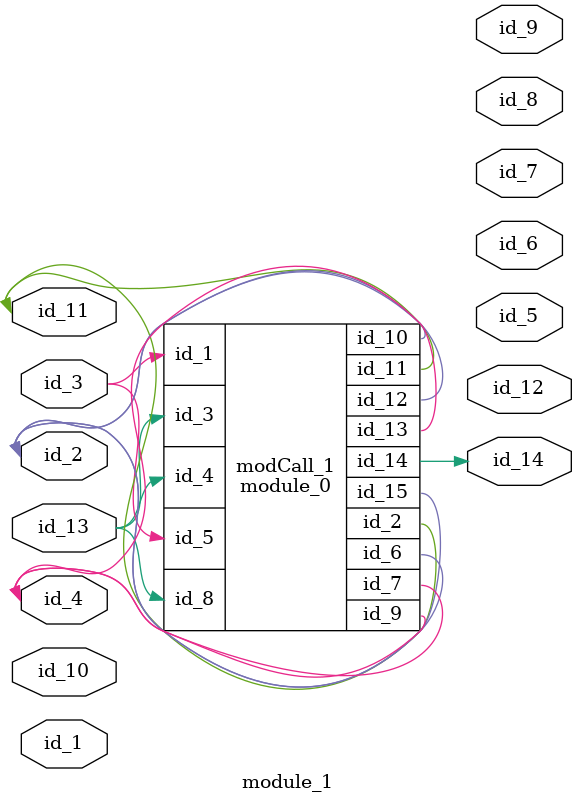
<source format=v>
module module_0 (
    id_1,
    id_2,
    id_3,
    id_4,
    id_5,
    id_6,
    id_7,
    id_8,
    id_9,
    id_10,
    id_11,
    id_12,
    id_13,
    id_14,
    id_15
);
  inout wire id_15;
  output wire id_14;
  output wire id_13;
  output wire id_12;
  inout wire id_11;
  output wire id_10;
  inout wire id_9;
  input wire id_8;
  inout wire id_7;
  inout wire id_6;
  input wire id_5;
  input wire id_4;
  input wire id_3;
  output wire id_2;
  input wire id_1;
endmodule
module module_1 (
    id_1,
    id_2,
    id_3,
    id_4,
    id_5,
    id_6,
    id_7,
    id_8,
    id_9,
    id_10,
    id_11,
    id_12,
    id_13,
    id_14
);
  output wire id_14;
  input wire id_13;
  output wire id_12;
  inout wire id_11;
  inout wire id_10;
  output wire id_9;
  output wire id_8;
  output wire id_7;
  output wire id_6;
  output wire id_5;
  inout wire id_4;
  input wire id_3;
  inout wire id_2;
  input wire id_1;
  module_0 modCall_1 (
      id_3,
      id_11,
      id_13,
      id_13,
      id_3,
      id_2,
      id_4,
      id_13,
      id_4,
      id_2,
      id_11,
      id_2,
      id_4,
      id_14,
      id_2
  );
  wire id_15, id_16;
endmodule

</source>
